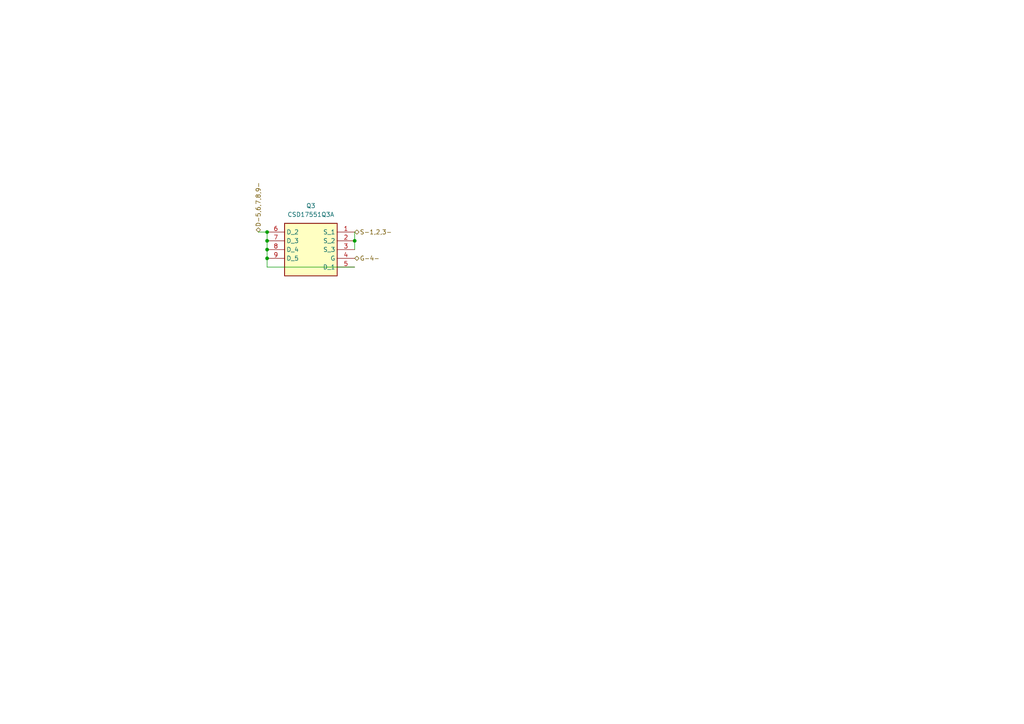
<source format=kicad_sch>
(kicad_sch (version 20250114) (generator "eeschema") (generator_version "9.0")
  (paper "A4")
  (lib_symbols
    (symbol "Custom-Vincent:CSD17551Q3A"
      (property "Reference" "Q" (at 21.59 7.62 0))
      (property "Value" "CSD17551Q3A" (at 21.59 5.08 0))
      (symbol "CSD17551Q3A_1_1"
        (rectangle (start 5.08 2.54) (end 20.32 -12.7) (stroke (width 0.254)) (fill (type background)))
        (pin passive line (at 0 0 0) (length 5.08) (name "S_1") (number "1"))
        (pin passive line (at 0 -2.54 0) (length 5.08) (name "S_2") (number "2"))
        (pin passive line (at 0 -5.08 0) (length 5.08) (name "S_3") (number "3"))
        (pin passive line (at 0 -7.62 0) (length 5.08) (name "G") (number "4"))
        (pin passive line (at 0 -10.16 0) (length 5.08) (name "D_1") (number "5"))
        (pin passive line (at 25.4 0 180) (length 5.08) (name "D_2") (number "6"))
        (pin passive line (at 25.4 -2.54 180) (length 5.08) (name "D_3") (number "7"))
        (pin passive line (at 25.4 -5.08 180) (length 5.08) (name "D_4") (number "8"))
        (pin passive line (at 25.4 -7.62 180) (length 5.08) (name "D_5") (number "9"))
      )
    )
  )
  (junction (at 77.47 69.85))
  (junction (at 77.47 74.93))
  (junction (at 77.47 67.31))
  (junction (at 77.47 72.39))
  (junction (at 102.87 69.85))
  (wire (pts (xy 74.93 67.31) (xy 77.47 67.31)))
  (wire (pts (xy 77.47 69.85) (xy 77.47 72.39)))
  (wire (pts (xy 77.47 74.93) (xy 77.47 77.47)))
  (wire (pts (xy 102.87 77.47) (xy 77.47 77.47)))
  (wire (pts (xy 102.87 67.31) (xy 102.87 69.85)))
  (wire (pts (xy 77.47 72.39) (xy 77.47 74.93)))
  (wire (pts (xy 77.47 67.31) (xy 77.47 69.85)))
  (wire (pts (xy 102.87 69.85) (xy 102.87 72.39)))
  (hierarchical_label "D-5,6,7,8,9-" (shape bidirectional) (at 74.93 67.31 90))
  (hierarchical_label "G-4-" (shape bidirectional) (at 102.87 74.93 0))
  (hierarchical_label "S-1,2,3-" (shape bidirectional) (at 102.87 67.31 0))
  (symbol (lib_id "Custom-Vincent:CSD17551Q3A") (at 102.87 67.31 0) (mirror y) (unit 1)
    (property "Reference" "Q3" (at 90.17 59.69 0))
    (property "Value" "CSD17551Q3A" (at 90.17 62.23 0))
    (property "Footprint" "Custom-Vincent:CSD17551Q3A" (effects (hide yes)))
    (property "Datasheet" "https://www.ti.com/lit/ds/symlink/csd17551q3a.pdf?ts=1644417423923&ref_url=https%253A%252F%252Fwww.mouser.in%252F" (effects (hide yes)))
    (property "Description" "MOSFET 30V N-Chnl MOSFET" (effects (hide yes)))
    (property "Height" "0.9" (effects (hide yes)))
    (property "Mouser Part Number" "595-CSD17551Q3A" (effects (hide yes)))
    (property "Mouser Price/Stock" "https://www.mouser.co.uk/ProductDetail/Texas-Instruments/CSD17551Q3A?qs=vnbNJPHmPnO7TSjIVXYZRA%3D%3D" (effects (hide yes)))
    (property "Manufacturer_Name" "Texas Instruments" (effects (hide yes)))
    (property "Manufacturer_Part_Number" "CSD17551Q3A" (effects (hide yes)))
    (property "Number-JLCPCB" "C2876535" (effects (hide yes)))
    (instances (project "" (path "" (reference "Q3") (unit 1)) (path "" (reference "Q6") (unit 1)) (path "" (reference "Q5") (unit 1)) (path "" (reference "Q4") (unit 1))))
  )
)
</source>
